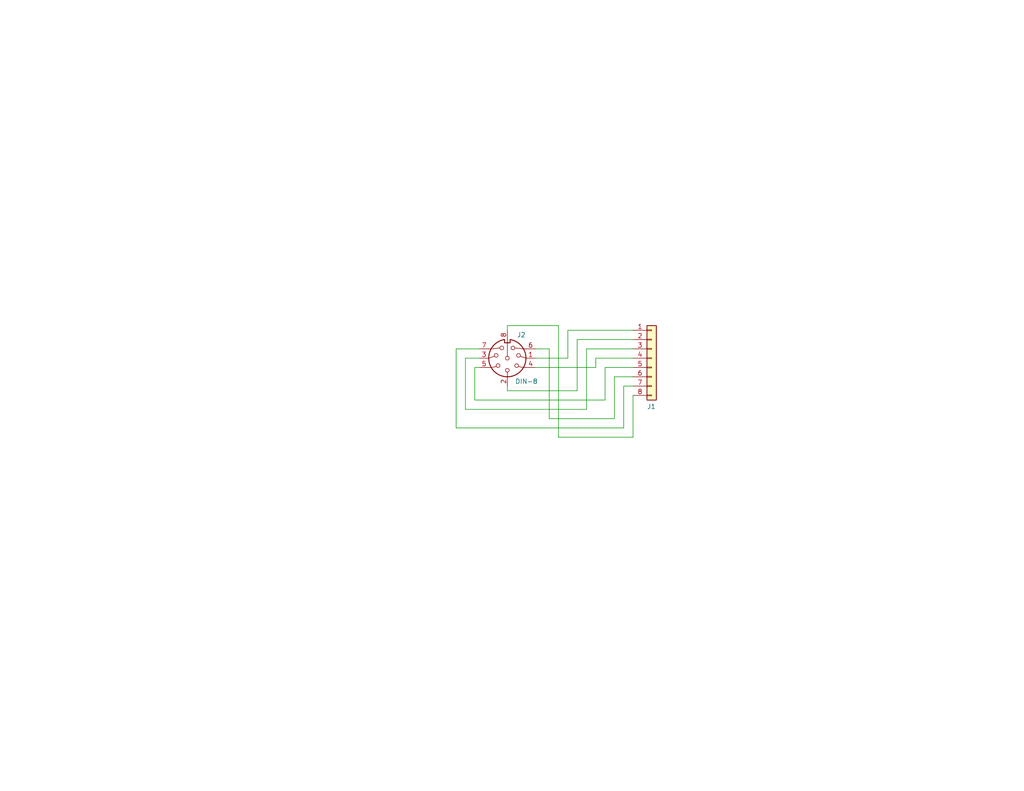
<source format=kicad_sch>
(kicad_sch (version 20250114) (generator "eeschema") (generator_version "9.0")
  (paper "A")
  (title_block (title "8 Pin DIN Breakout") (date "2025-02-27") (rev "1") (company "Gadget Reboot") (comment 1 "https://www.youtube.com/@gadgetreboot") (comment 2 "https://github.com/GadgetReboot/DIN8_Breakout"))
  (lib_symbols
    (symbol "Connector:DIN-8" (pin_names (offset 1.016))
      (property "Reference" "J" (at 3.175 5.715 0))
      (property "Value" "DIN-8" (at 2.032 -5.842 0))
      (symbol "DIN-8_0_1"
        (polyline (pts (xy -5.08 2.54) (xy -4.318 2.54) (xy -3.048 2.286)))
        (polyline (pts (xy -5.08 0) (xy -3.556 -0.508)))
        (polyline (pts (xy -5.08 -2.54) (xy -4.318 -2.54) (xy -2.032 -2.794)))
        (circle (center -3.048 -0.762) (radius 0.508))
        (circle (center -2.54 2.032) (radius 0.508))
        (circle (center -1.524 -2.794) (radius 0.508))
        (polyline (pts (xy -0.762 -4.953) (xy -0.762 -4.191) (xy 0.762 -4.191) (xy 0.762 -4.953)) (stroke (width 0.254)))
        (arc (start 5.08 0) (mid 3.8673 -3.3444) (end 0.762 -5.08) (stroke (width 0.254)))
        (polyline (pts (xy 0 5.08) (xy 0 3.81)))
        (circle (center 0 3.302) (radius 0.508))
        (circle (center 0 0) (radius 0.508))
        (arc (start -5.08 0) (mid 0 5.0579) (end 5.08 0) (stroke (width 0.254)))
        (polyline (pts (xy 0 -0.508) (xy 0 -5.08)))
        (arc (start -0.762 -5.08) (mid -3.8597 -3.3379) (end -5.08 0) (stroke (width 0.254)))
        (circle (center 1.524 -2.794) (radius 0.508))
        (circle (center 2.54 2.032) (radius 0.508))
        (circle (center 3.048 -0.762) (radius 0.508))
        (polyline (pts (xy 5.08 2.54) (xy 4.318 2.54) (xy 3.048 2.286)))
        (polyline (pts (xy 5.08 0) (xy 3.556 -0.508)))
        (polyline (pts (xy 5.08 -2.54) (xy 4.318 -2.54) (xy 2.032 -2.794)))
      )
      (symbol "DIN-8_1_1"
        (pin passive line (at -7.62 2.54 0) (length 2.54) (name "~") (number "4"))
        (pin passive line (at -7.62 0 0) (length 2.54) (name "~") (number "1"))
        (pin passive line (at -7.62 -2.54 0) (length 2.54) (name "~") (number "6"))
        (pin passive line (at 0 7.62 270) (length 2.54) (name "~") (number "2"))
        (pin passive line (at 0 -7.62 90) (length 2.54) (name "~") (number "8"))
        (pin passive line (at 7.62 2.54 180) (length 2.54) (name "~") (number "5"))
        (pin passive line (at 7.62 0 180) (length 2.54) (name "~") (number "3"))
        (pin passive line (at 7.62 -2.54 180) (length 2.54) (name "~") (number "7"))
      )
    )
    (symbol "Connector_Generic:Conn_01x08" (pin_names (offset 1.016) (hide yes))
      (property "Reference" "J" (at 0 10.16 0))
      (property "Value" "Conn_01x08" (at 0 -12.7 0))
      (symbol "Conn_01x08_1_1"
        (rectangle (start -1.27 8.89) (end 1.27 -11.43) (stroke (width 0.254)) (fill (type background)))
        (rectangle (start -1.27 7.747) (end 0 7.493) (stroke (width 0.1524)))
        (rectangle (start -1.27 5.207) (end 0 4.953) (stroke (width 0.1524)))
        (rectangle (start -1.27 2.667) (end 0 2.413) (stroke (width 0.1524)))
        (rectangle (start -1.27 0.127) (end 0 -0.127) (stroke (width 0.1524)))
        (rectangle (start -1.27 -2.413) (end 0 -2.667) (stroke (width 0.1524)))
        (rectangle (start -1.27 -4.953) (end 0 -5.207) (stroke (width 0.1524)))
        (rectangle (start -1.27 -7.493) (end 0 -7.747) (stroke (width 0.1524)))
        (rectangle (start -1.27 -10.033) (end 0 -10.287) (stroke (width 0.1524)))
        (pin passive line (at -5.08 7.62 0) (length 3.81) (name "Pin_1") (number "1"))
        (pin passive line (at -5.08 5.08 0) (length 3.81) (name "Pin_2") (number "2"))
        (pin passive line (at -5.08 2.54 0) (length 3.81) (name "Pin_3") (number "3"))
        (pin passive line (at -5.08 0 0) (length 3.81) (name "Pin_4") (number "4"))
        (pin passive line (at -5.08 -2.54 0) (length 3.81) (name "Pin_5") (number "5"))
        (pin passive line (at -5.08 -5.08 0) (length 3.81) (name "Pin_6") (number "6"))
        (pin passive line (at -5.08 -7.62 0) (length 3.81) (name "Pin_7") (number "7"))
        (pin passive line (at -5.08 -10.16 0) (length 3.81) (name "Pin_8") (number "8"))
      )
    )
  )
  (wire (pts (xy 172.72 105.41) (xy 170.18 105.41)))
  (wire (pts (xy 157.48 106.68) (xy 157.48 92.71)))
  (wire (pts (xy 160.02 95.25) (xy 172.72 95.25)))
  (wire (pts (xy 129.54 100.33) (xy 129.54 109.22)))
  (wire (pts (xy 124.46 116.84) (xy 124.46 95.25)))
  (wire (pts (xy 130.81 97.79) (xy 127 97.79)))
  (wire (pts (xy 138.43 88.9) (xy 152.4 88.9)))
  (wire (pts (xy 127 97.79) (xy 127 111.76)))
  (wire (pts (xy 157.48 92.71) (xy 172.72 92.71)))
  (wire (pts (xy 165.1 100.33) (xy 172.72 100.33)))
  (wire (pts (xy 124.46 95.25) (xy 130.81 95.25)))
  (wire (pts (xy 160.02 111.76) (xy 160.02 95.25)))
  (wire (pts (xy 146.05 97.79) (xy 154.94 97.79)))
  (wire (pts (xy 167.64 114.3) (xy 167.64 102.87)))
  (wire (pts (xy 152.4 119.38) (xy 172.72 119.38)))
  (wire (pts (xy 129.54 109.22) (xy 165.1 109.22)))
  (wire (pts (xy 170.18 116.84) (xy 124.46 116.84)))
  (wire (pts (xy 170.18 105.41) (xy 170.18 116.84)))
  (wire (pts (xy 167.64 102.87) (xy 172.72 102.87)))
  (wire (pts (xy 138.43 90.17) (xy 138.43 88.9)))
  (wire (pts (xy 152.4 88.9) (xy 152.4 119.38)))
  (wire (pts (xy 162.56 100.33) (xy 162.56 97.79)))
  (wire (pts (xy 146.05 95.25) (xy 149.86 95.25)))
  (wire (pts (xy 149.86 95.25) (xy 149.86 114.3)))
  (wire (pts (xy 165.1 109.22) (xy 165.1 100.33)))
  (wire (pts (xy 162.56 97.79) (xy 172.72 97.79)))
  (wire (pts (xy 127 111.76) (xy 160.02 111.76)))
  (wire (pts (xy 149.86 114.3) (xy 167.64 114.3)))
  (wire (pts (xy 154.94 97.79) (xy 154.94 90.17)))
  (wire (pts (xy 146.05 100.33) (xy 162.56 100.33)))
  (wire (pts (xy 138.43 105.41) (xy 138.43 106.68)))
  (wire (pts (xy 130.81 100.33) (xy 129.54 100.33)))
  (wire (pts (xy 172.72 119.38) (xy 172.72 107.95)))
  (wire (pts (xy 154.94 90.17) (xy 172.72 90.17)))
  (wire (pts (xy 138.43 106.68) (xy 157.48 106.68)))
  (symbol (lib_id "Connector_Generic:Conn_01x08") (at 177.8 97.79 0) (unit 1)
    (property "Reference" "J1" (at 176.53 110.9979 0) (effects (justify left)))
    (property "Value" "Conn_01x08" (effects (hide yes)))
    (property "Footprint" "Connector_PinHeader_2.54mm:PinHeader_1x08_P2.54mm_Vertical" (effects (hide yes)))
  )
  (symbol (lib_id "Connector:DIN-8") (at 138.43 97.79 180) (unit 1)
    (property "Reference" "J2" (at 141.0401 91.44 0) (effects (justify right)))
    (property "Value" "DIN-8" (at 140.5321 104.14 0) (effects (justify right)))
    (property "Footprint" "footprints:DS-8-101" (effects (hide yes)))
    (property "Description" "8-pin DIN connector" (effects (hide yes)))
  )
)
</source>
